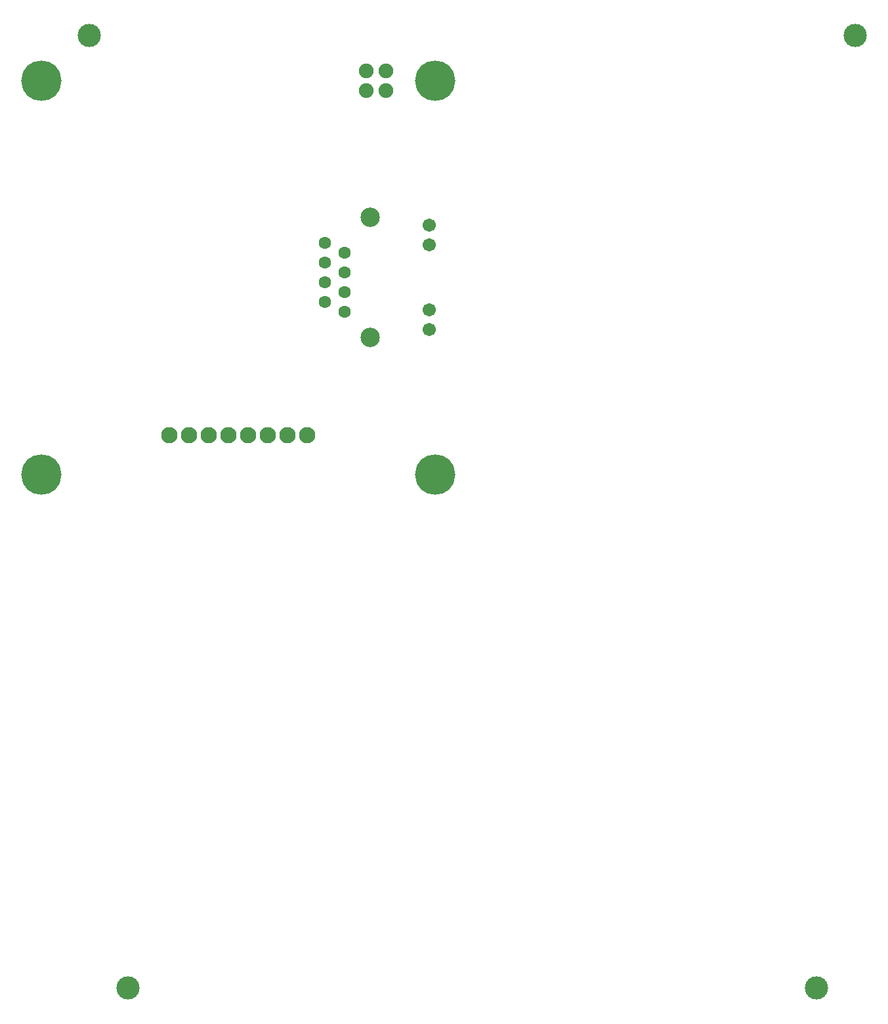
<source format=gbs>
G04 Layer: BottomSolderMaskLayer*
G04 Panelize: V-CUT, Column: 2, Row: 2, Board Size: 58.42mm x 58.42mm, Panelized Board Size: 118.84mm x 118.84mm*
G04 EasyEDA v6.5.34, 2023-09-08 22:56:44*
G04 913679b3e6e84f05a743068e7cf01868,5a6b42c53f6a479593ecc07194224c93,10*
G04 Gerber Generator version 0.2*
G04 Scale: 100 percent, Rotated: No, Reflected: No *
G04 Dimensions in millimeters *
G04 leading zeros omitted , absolute positions ,4 integer and 5 decimal *
%FSLAX45Y45*%
%MOMM*%

%ADD10C,5.2032*%
%ADD11C,2.1016*%
%ADD12C,2.5032*%
%ADD13C,1.6032*%
%ADD14C,1.7032*%
%ADD15C,1.9016*%
%ADD16C,3.0000*%

%LPD*%
D10*
G01*
X381000Y5461000D03*
G01*
X5461000Y5461000D03*
G01*
X5461000Y381000D03*
G01*
X381000Y381000D03*
D11*
G01*
X2032000Y889000D03*
G01*
X2286000Y889000D03*
G01*
X2540000Y889000D03*
G01*
X2794000Y889000D03*
G01*
X3048000Y889000D03*
G01*
X3302000Y889000D03*
G01*
X3556000Y889000D03*
G01*
X3810000Y889000D03*
D12*
G01*
X4622800Y2146604D03*
G01*
X4622800Y3695598D03*
D13*
G01*
X4292803Y2985109D03*
G01*
X4292803Y3239109D03*
G01*
X4292803Y2731109D03*
G01*
X4292803Y2477109D03*
G01*
X4038803Y2858109D03*
G01*
X4038803Y3112109D03*
G01*
X4038803Y3366109D03*
G01*
X4038803Y2604109D03*
D14*
G01*
X5384800Y2502103D03*
G01*
X5384800Y3340100D03*
G01*
X5384800Y2248103D03*
G01*
X5384800Y3594100D03*
D15*
G01*
X4826000Y5588000D03*
G01*
X4826000Y5334000D03*
G01*
X4572000Y5334000D03*
G01*
X4572000Y5588000D03*
D16*
G01*
X999997Y6041999D03*
G01*
X10884001Y6041999D03*
G01*
X1499996Y-6241999D03*
G01*
X10384002Y-6241999D03*
M02*

</source>
